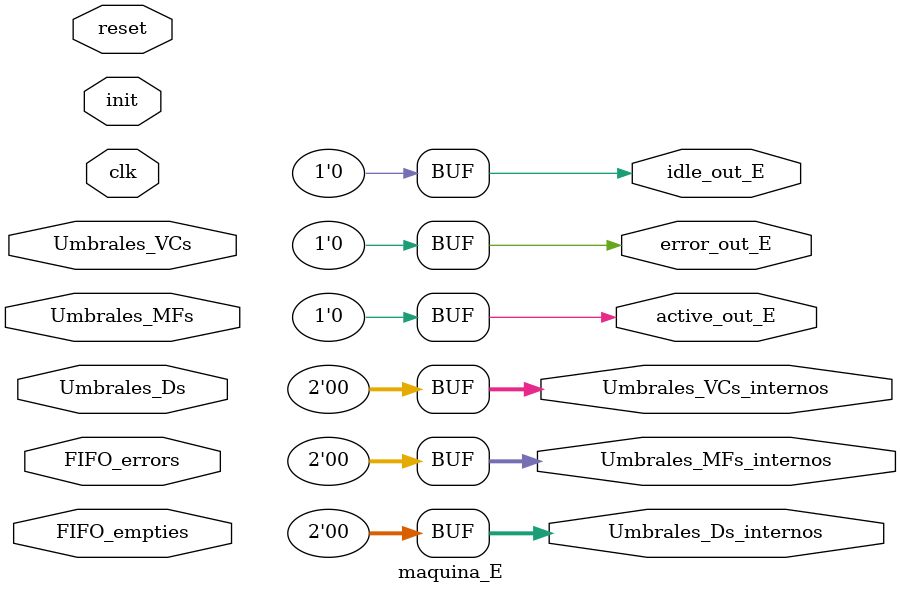
<source format=v>
/* Generated by Yosys 0.7 (git sha1 61f6811, gcc 6.3.0-18+deb9u1 -O2 -fdebug-prefix-map=/build/yosys-XOsRIM/yosys-0.7=. -fstack-protector-strong -fPIC -Os) */

(* top =  1  *)
(* src = "maquina.v:1" *)
module maquina_E(clk, reset, init, Umbrales_MFs, Umbrales_VCs, Umbrales_Ds, FIFO_empties, FIFO_errors, Umbrales_MFs_internos, Umbrales_VCs_internos, Umbrales_Ds_internos, error_out_E, active_out_E, idle_out_E);
  (* src = "maquina.v:8" *)
  input [4:0] FIFO_empties;
  (* src = "maquina.v:9" *)
  input [4:0] FIFO_errors;
  (* src = "maquina.v:7" *)
  input [1:0] Umbrales_Ds;
  (* src = "maquina.v:12" *)
  output [1:0] Umbrales_Ds_internos;
  (* src = "maquina.v:5" *)
  input [1:0] Umbrales_MFs;
  (* src = "maquina.v:10" *)
  output [1:0] Umbrales_MFs_internos;
  (* src = "maquina.v:6" *)
  input [1:0] Umbrales_VCs;
  (* src = "maquina.v:11" *)
  output [1:0] Umbrales_VCs_internos;
  (* src = "maquina.v:14" *)
  output active_out_E;
  (* src = "maquina.v:2" *)
  input clk;
  (* src = "maquina.v:13" *)
  output error_out_E;
  (* src = "maquina.v:15" *)
  output idle_out_E;
  (* src = "maquina.v:4" *)
  input init;
  (* src = "maquina.v:3" *)
  input reset;
  assign Umbrales_Ds_internos = 2'b00;
  assign Umbrales_MFs_internos = 2'b00;
  assign Umbrales_VCs_internos = 2'b00;
  assign active_out_E = 1'b0;
  assign error_out_E = 1'b0;
  assign idle_out_E = 1'b0;
endmodule

</source>
